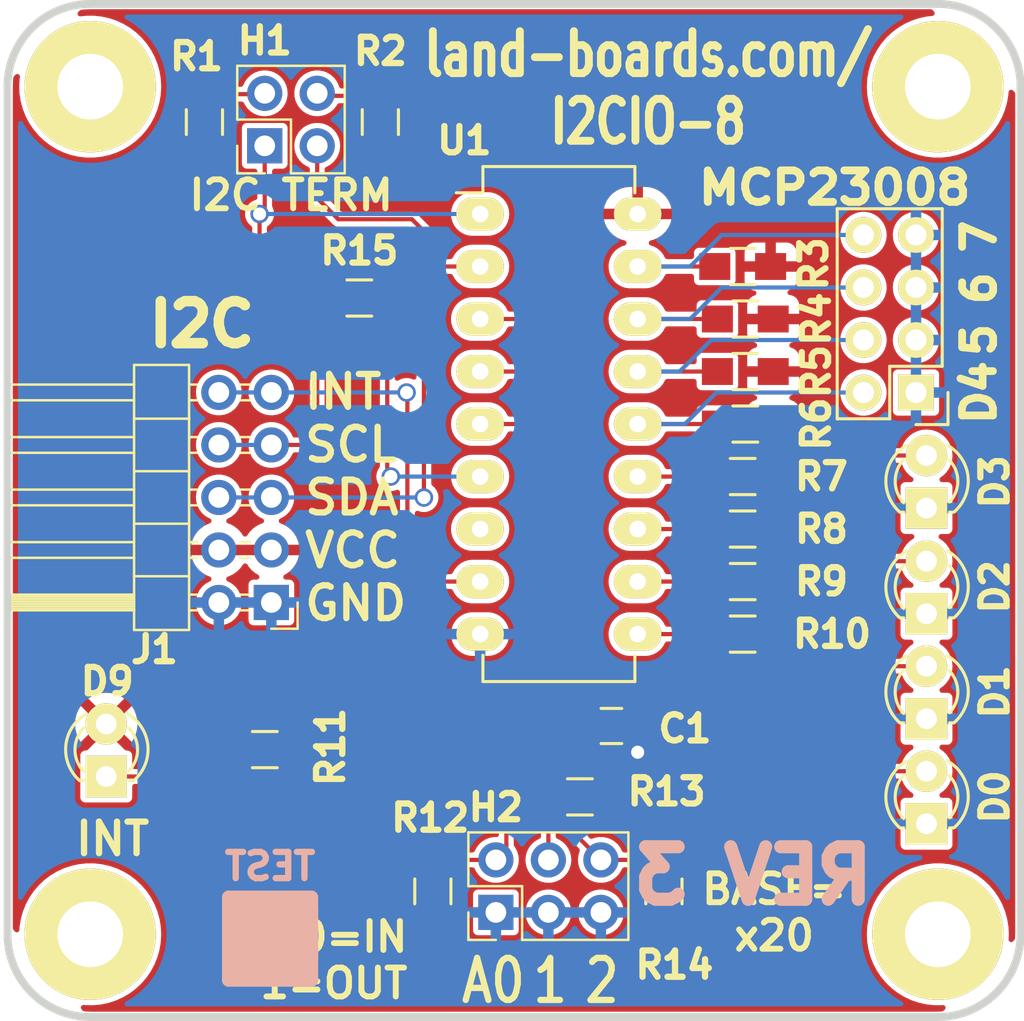
<source format=kicad_pcb>
(kicad_pcb (version 20211014) (generator pcbnew)
  (title_block (title "8-BIT I2C I/O CARD") (date "2022-04-08") (rev "X3") (company "LAND BOARDS LLC"))
  (layers (0 "F.Cu" signal "Front") (31 "B.Cu" power "Back") (36 "B.SilkS" user "B.Silkscreen") (37 "F.SilkS" user "F.Silkscreen") (38 "B.Mask" user) (39 "F.Mask" user) (44 "Edge.Cuts" user))
  (net 0 "")
  (net 1 "/A0")
  (net 2 "/A1")
  (net 3 "/A2")
  (net 4 "/RST")
  (net 5 "/SCK")
  (net 6 "/SDA")
  (net 7 "GND")
  (net 8 "Net-(R11-Pad1)")
  (net 9 "/GP4")
  (net 10 "/GP5")
  (net 11 "/GP6")
  (net 12 "/GP7")
  (net 13 "/GP3")
  (net 14 "/GP2")
  (net 15 "/GP1")
  (net 16 "Net-(D0-Pad2)")
  (net 17 "Net-(D1-Pad2)")
  (net 18 "Net-(D2-Pad2)")
  (net 19 "Net-(D3-Pad2)")
  (net 20 "/GP0")
  (net 21 "/INT")
  (net 22 "VCC")
  (net 23 "Net-(R1-Pad2)")
  (net 24 "Net-(R2-Pad2)")
  (footprint "Resistors_SMD:R_0805_HandSoldering" (layer "F.Cu") (at 20.574 42.926 90)
    (fp_text reference "R12" (at 3.556 -0.127) (layer "F.SilkS") (effects (font (size 1.27 1.27) (thickness 0.3048))))
    (fp_text value "10K" hide)
    (fp_line (start -0.6 -0.875) (end 0.6 -0.875) (layer "F.SilkS") (width 0.15))
    (fp_line (start 0.6 0.875) (end -0.6 0.875) (layer "F.SilkS") (width 0.15))
    (pad "1" smd rect locked (at -1.35 0 90) (size 1.5 1.3) (layers "F.Cu" "F.Mask") (net 22 "VCC"))
    (pad "2" smd rect locked (at 1.35 0 90) (size 1.5 1.3) (layers "F.Cu" "F.Mask") (net 1 "/A0"))
  )
  (footprint "Resistors_SMD:R_0805_HandSoldering" (layer "F.Cu") (at 27.686 38.354 180)
    (fp_text reference "R13" (at -4.191 0.254) (layer "F.SilkS") (effects (font (size 1.27 1.27) (thickness 0.3048))))
    (fp_text value "10K" hide)
    (fp_line (start 0.6 0.875) (end -0.6 0.875) (layer "F.SilkS") (width 0.15))
    (fp_line (start -0.6 -0.875) (end 0.6 -0.875) (layer "F.SilkS") (width 0.15))
    (pad "1" smd rect locked (at -1.35 0 180) (size 1.5 1.3) (layers "F.Cu" "F.Mask") (net 22 "VCC"))
    (pad "2" smd rect locked (at 1.35 0 180) (size 1.5 1.3) (layers "F.Cu" "F.Mask") (net 2 "/A1"))
  )
  (footprint "Resistors_SMD:R_0805_HandSoldering" (layer "F.Cu") (at 31.75 42.926 90)
    (fp_text reference "R14" (at -3.556 0.508) (layer "F.SilkS") (effects (font (size 1.27 1.27) (thickness 0.3048))))
    (fp_text value "10K" hide)
    (fp_line (start 0.6 0.875) (end -0.6 0.875) (layer "F.SilkS") (width 0.15))
    (fp_line (start -0.6 -0.875) (end 0.6 -0.875) (layer "F.SilkS") (width 0.15))
    (pad "1" smd rect locked (at -1.35 0 90) (size 1.5 1.3) (layers "F.Cu" "F.Mask") (net 22 "VCC"))
    (pad "2" smd rect locked (at 1.35 0 90) (size 1.5 1.3) (layers "F.Cu" "F.Mask") (net 3 "/A2"))
  )
  (footprint "Resistors_SMD:R_0805_HandSoldering" (layer "F.Cu") (at 9.525 5.715 90)
    (fp_text reference "R1" (at 3.175 -0.381 180) (layer "F.SilkS") (effects (font (size 1.27 1.27) (thickness 0.3048))))
    (fp_text value "3.3K" hide)
    (fp_line (start -0.6 -0.875) (end 0.6 -0.875) (layer "F.SilkS") (width 0.15))
    (fp_line (start 0.6 0.875) (end -0.6 0.875) (layer "F.SilkS") (width 0.15))
    (pad "1" smd rect locked (at -1.35 0 90) (size 1.5 1.3) (layers "F.Cu" "F.Mask") (net 22 "VCC"))
    (pad "2" smd rect locked (at 1.35 0 90) (size 1.5 1.3) (layers "F.Cu" "F.Mask") (net 23 "Net-(R1-Pad2)"))
  )
  (footprint "Resistors_SMD:R_0805_HandSoldering" (layer "F.Cu") (at 18.034 5.715 90)
    (fp_text reference "R2" (at 3.429 0 180) (layer "F.SilkS") (effects (font (size 1.27 1.27) (thickness 0.3048))))
    (fp_text value "3.3K" hide)
    (fp_line (start 0.6 0.875) (end -0.6 0.875) (layer "F.SilkS") (width 0.15))
    (fp_line (start -0.6 -0.875) (end 0.6 -0.875) (layer "F.SilkS") (width 0.15))
    (pad "1" smd rect locked (at -1.35 0 90) (size 1.5 1.3) (layers "F.Cu" "F.Mask") (net 22 "VCC"))
    (pad "2" smd rect locked (at 1.35 0 90) (size 1.5 1.3) (layers "F.Cu" "F.Mask") (net 24 "Net-(R2-Pad2)"))
  )
  (footprint "Resistors_SMD:R_0805_HandSoldering" (layer "F.Cu") (at 12.446 36.068)
    (fp_text reference "R11" (at 3.175 -0.127 90) (layer "F.SilkS") (effects (font (size 1.27 1.27) (thickness 0.3048))))
    (fp_text value "1K" hide)
    (fp_line (start 0.6 0.875) (end -0.6 0.875) (layer "F.SilkS") (width 0.15))
    (fp_line (start -0.6 -0.875) (end 0.6 -0.875) (layer "F.SilkS") (width 0.15))
    (pad "1" smd rect locked (at -1.35 0) (size 1.5 1.3) (layers "F.Cu" "F.Mask") (net 8 "Net-(R11-Pad1)"))
    (pad "2" smd rect locked (at 1.35 0) (size 1.5 1.3) (layers "F.Cu" "F.Mask") (net 21 "/INT"))
  )
  (footprint "Resistors_SMD:R_0805_HandSoldering" (layer "F.Cu") (at 35.56 12.7)
    (fp_text reference "R3" (at 3.429 -0.127 90) (layer "F.SilkS") (effects (font (size 1.27 1.27) (thickness 0.3048))))
    (fp_text value "10K" hide)
    (fp_line (start 0.6 0.875) (end -0.6 0.875) (layer "F.SilkS") (width 0.15))
    (fp_line (start -0.6 -0.875) (end 0.6 -0.875) (layer "F.SilkS") (width 0.15))
    (pad "1" smd rect locked (at -1.35 0) (size 1.5 1.3) (layers "F.Cu" "F.Mask") (net 12 "/GP7"))
    (pad "2" smd rect locked (at 1.35 0) (size 1.5 1.3) (layers "F.Cu" "F.Mask") (net 22 "VCC"))
  )
  (footprint "Resistors_SMD:R_0805_HandSoldering" (layer "F.Cu") (at 35.687 15.24)
    (fp_text reference "R4" (at 3.429 0 90) (layer "F.SilkS") (effects (font (size 1.27 1.27) (thickness 0.3048))))
    (fp_text value "10K" hide)
    (fp_line (start -0.6 -0.875) (end 0.6 -0.875) (layer "F.SilkS") (width 0.15))
    (fp_line (start 0.6 0.875) (end -0.6 0.875) (layer "F.SilkS") (width 0.15))
    (pad "1" smd rect locked (at -1.35 0) (size 1.5 1.3) (layers "F.Cu" "F.Mask") (net 11 "/GP6"))
    (pad "2" smd rect locked (at 1.35 0) (size 1.5 1.3) (layers "F.Cu" "F.Mask") (net 22 "VCC"))
  )
  (footprint "Resistors_SMD:R_0805_HandSoldering" (layer "F.Cu") (at 35.687 17.78)
    (fp_text reference "R5" (at 3.429 0 90) (layer "F.SilkS") (effects (font (size 1.27 1.27) (thickness 0.3048))))
    (fp_text value "10K" hide)
    (fp_line (start 0.6 0.875) (end -0.6 0.875) (layer "F.SilkS") (width 0.15))
    (fp_line (start -0.6 -0.875) (end 0.6 -0.875) (layer "F.SilkS") (width 0.15))
    (pad "1" smd rect locked (at -1.35 0) (size 1.5 1.3) (layers "F.Cu" "F.Mask") (net 10 "/GP5"))
    (pad "2" smd rect locked (at 1.35 0) (size 1.5 1.3) (layers "F.Cu" "F.Mask") (net 22 "VCC"))
  )
  (footprint "Resistors_SMD:R_0805_HandSoldering" (layer "F.Cu") (at 35.687 20.32)
    (fp_text reference "R6" (at 3.429 0 90) (layer "F.SilkS") (effects (font (size 1.27 1.27) (thickness 0.3048))))
    (fp_text value "10K" hide)
    (fp_line (start -0.6 -0.875) (end 0.6 -0.875) (layer "F.SilkS") (width 0.15))
    (fp_line (start 0.6 0.875) (end -0.6 0.875) (layer "F.SilkS") (width 0.15))
    (pad "1" smd rect locked (at -1.35 0) (size 1.5 1.3) (layers "F.Cu" "F.Mask") (net 9 "/GP4"))
    (pad "2" smd rect locked (at 1.35 0) (size 1.5 1.3) (layers "F.Cu" "F.Mask") (net 22 "VCC"))
  )
  (footprint "Resistors_SMD:R_0805_HandSoldering" (layer "F.Cu") (at 35.56 22.86 180)
    (fp_text reference "R7" (at -3.81 0 180) (layer "F.SilkS") (effects (font (size 1.27 1.27) (thickness 0.3048))))
    (fp_text value "1K" hide)
    (fp_line (start -0.6 -0.875) (end 0.6 -0.875) (layer "F.SilkS") (width 0.15))
    (fp_line (start 0.6 0.875) (end -0.6 0.875) (layer "F.SilkS") (width 0.15))
    (pad "1" smd rect locked (at -1.35 0 180) (size 1.5 1.3) (layers "F.Cu" "F.Mask") (net 19 "Net-(D3-Pad2)"))
    (pad "2" smd rect locked (at 1.35 0 180) (size 1.5 1.3) (layers "F.Cu" "F.Mask") (net 13 "/GP3"))
  )
  (footprint "Resistors_SMD:R_0805_HandSoldering" (layer "F.Cu") (at 35.56 25.4 180)
    (fp_text reference "R8" (at -3.81 0 180) (layer "F.SilkS") (effects (font (size 1.27 1.27) (thickness 0.3048))))
    (fp_text value "1K" hide)
    (fp_line (start -0.6 -0.875) (end 0.6 -0.875) (layer "F.SilkS") (width 0.15))
    (fp_line (start 0.6 0.875) (end -0.6 0.875) (layer "F.SilkS") (width 0.15))
    (pad "1" smd rect locked (at -1.35 0 180) (size 1.5 1.3) (layers "F.Cu" "F.Mask") (net 18 "Net-(D2-Pad2)"))
    (pad "2" smd rect locked (at 1.35 0 180) (size 1.5 1.3) (layers "F.Cu" "F.Mask") (net 14 "/GP2"))
  )
  (footprint "Resistors_SMD:R_0805_HandSoldering" (layer "F.Cu") (at 35.56 27.94 180)
    (fp_text reference "R9" (at -3.81 0 180) (layer "F.SilkS") (effects (font (size 1.27 1.27) (thickness 0.3048))))
    (fp_text value "1K" hide)
    (fp_line (start -0.6 -0.875) (end 0.6 -0.875) (layer "F.SilkS") (width 0.15))
    (fp_line (start 0.6 0.875) (end -0.6 0.875) (layer "F.SilkS") (width 0.15))
    (pad "1" smd rect locked (at -1.35 0 180) (size 1.5 1.3) (layers "F.Cu" "F.Mask") (net 17 "Net-(D1-Pad2)"))
    (pad "2" smd rect locked (at 1.35 0 180) (size 1.5 1.3) (layers "F.Cu" "F.Mask") (net 15 "/GP1"))
  )
  (footprint "Resistors_SMD:R_0805_HandSoldering" (layer "F.Cu") (at 35.56 30.48 180)
    (fp_text reference "R10" (at -4.318 0 180) (layer "F.SilkS") (effects (font (size 1.27 1.27) (thickness 0.3048))))
    (fp_text value "1K" hide)
    (fp_line (start 0.6 0.875) (end -0.6 0.875) (layer "F.SilkS") (width 0.15))
    (fp_line (start -0.6 -0.875) (end 0.6 -0.875) (layer "F.SilkS") (width 0.15))
    (pad "1" smd rect locked (at -1.35 0 180) (size 1.5 1.3) (layers "F.Cu" "F.Mask") (net 16 "Net-(D0-Pad2)"))
    (pad "2" smd rect locked (at 1.35 0 180) (size 1.5 1.3) (layers "F.Cu" "F.Mask") (net 20 "/GP0"))
  )
  (footprint "Housings_DIP:DIP-18_W7.62mm_LongPads" (layer "F.Cu") (at 22.86 10.16)
    (fp_text reference "U1" (at -0.762 -3.556) (layer "F.SilkS") (effects (font (size 1.27 1.27) (thickness 0.3048))))
    (fp_text value "MCP23008P" hide)
    (fp_line (start 0.135 -2.295) (end 7.485 -2.295) (layer "F.SilkS") (width 0.15))
    (fp_line (start 0.135 22.615) (end 7.485 22.615) (layer "F.SilkS") (width 0.15))
    (fp_line (start 0.135 -2.295) (end 0.135 -1.025) (layer "F.SilkS") (width 0.15))
    (fp_line (start 7.485 -2.295) (end 7.485 -1.025) (layer "F.SilkS") (width 0.15))
    (fp_line (start 7.485 22.615) (end 7.485 21.345) (layer "F.SilkS") (width 0.15))
    (fp_line (start 0.135 22.615) (end 0.135 21.345) (layer "F.SilkS") (width 0.15))
    (fp_line (start 0.135 -1.025) (end -1.15 -1.025) (layer "F.SilkS") (width 0.15))
    (pad "1" thru_hole oval locked (at 0 0) (size 2.3 1.6) (drill 0.8) (layers *.Cu *.Mask "F.SilkS") (net 5 "/SCK"))
    (pad "2" thru_hole oval locked (at 0 2.54) (size 2.3 1.6) (drill 0.8) (layers *.Cu *.Mask "F.SilkS") (net 6 "/SDA"))
    (pad "3" thru_hole oval locked (at 0 5.08) (size 2.3 1.6) (drill 0.8) (layers *.Cu *.Mask "F.SilkS") (net 3 "/A2"))
    (pad "4" thru_hole oval locked (at 0 7.62) (size 2.3 1.6) (drill 0.8) (layers *.Cu *.Mask "F.SilkS") (net 2 "/A1"))
    (pad "5" thru_hole oval locked (at 0 10.16) (size 2.3 1.6) (drill 0.8) (layers *.Cu *.Mask "F.SilkS") (net 1 "/A0"))
    (pad "6" thru_hole oval locked (at 0 12.7) (size 2.3 1.6) (drill 0.8) (layers *.Cu *.Mask "F.SilkS") (net 4 "/RST"))
    (pad "7" thru_hole oval locked (at 0 15.24) (size 2.3 1.6) (drill 0.8) (layers *.Cu *.Mask "F.SilkS"))
    (pad "8" thru_hole oval locked (at 0 17.78) (size 2.3 1.6) (drill 0.8) (layers *.Cu *.Mask "F.SilkS") (net 21 "/INT"))
    (pad "9" thru_hole oval locked (at 0 20.32) (size 2.3 1.6) (drill 0.8) (layers *.Cu *.Mask "F.SilkS") (net 7 "GND"))
    (pad "10" thru_hole oval locked (at 7.62 20.32) (size 2.3 1.6) (drill 0.8) (layers *.Cu *.Mask "F.SilkS") (net 20 "/GP0"))
    (pad "11" thru_hole oval locked (at 7.62 17.78) (size 2.3 1.6) (drill 0.8) (layers *.Cu *.Mask "F.SilkS") (net 15 "/GP1"))
    (pad "12" thru_hole oval locked (at 7.62 15.24) (size 2.3 1.6) (drill 0.8) (layers *.Cu *.Mask "F.SilkS") (net 14 "/GP2"))
    (pad "13" thru_hole oval locked (at 7.62 12.7) (size 2.3 1.6) (drill 0.8) (layers *.Cu *.Mask "F.SilkS") (net 13 "/GP3"))
    (pad "14" thru_hole oval locked (at 7.62 10.16) (size 2.3 1.6) (drill 0.8) (layers *.Cu *.Mask "F.SilkS") (net 9 "/GP4"))
    (pad "15" thru_hole oval locked (at 7.62 7.62) (size 2.3 1.6) (drill 0.8) (layers *.Cu *.Mask "F.SilkS") (net 10 "/GP5"))
    (pad "16" thru_hole oval locked (at 7.62 5.08) (size 2.3 1.6) (drill 0.8) (layers *.Cu *.Mask "F.SilkS") (net 11 "/GP6"))
    (pad "17" thru_hole oval locked (at 7.62 2.54) (size 2.3 1.6) (drill 0.8) (layers *.Cu *.Mask "F.SilkS") (net 12 "/GP7"))
    (pad "18" thru_hole oval locked (at 7.62 0) (size 2.3 1.6) (drill 0.8) (layers *.Cu *.Mask "F.SilkS") (net 22 "VCC"))
  )
  (footprint "Resistors_SMD:R_0805_HandSoldering" (layer "F.Cu") (at 17.018 14.224)
    (fp_text reference "R15" (at 0 -2.286) (layer "F.SilkS") (effects (font (size 1.27 1.27) (thickness 0.3048))))
    (fp_text value "10K" hide)
    (fp_line (start -0.6 -0.875) (end 0.6 -0.875) (layer "F.SilkS") (width 0.15))
    (fp_line (start 0.6 0.875) (end -0.6 0.875) (layer "F.SilkS") (width 0.15))
    (pad "1" smd rect locked (at -1.35 0) (size 1.5 1.3) (layers "F.Cu" "F.Mask") (net 22 "VCC"))
    (pad "2" smd rect locked (at 1.35 0) (size 1.5 1.3) (layers "F.Cu" "F.Mask") (net 4 "/RST"))
  )
  (footprint "Capacitors_SMD:C_0805_HandSoldering" (layer "F.Cu") (at 29.21 34.925)
    (fp_text reference "C1" (at 3.556 0.127) (layer "F.SilkS") (effects (font (size 1.27 1.27) (thickness 0.3048))))
    (fp_text value "0.1uF" hide)
    (fp_line (start 0.5 -0.85) (end -0.5 -0.85) (layer "F.SilkS") (width 0.15))
    (fp_line (start -0.5 0.85) (end 0.5 0.85) (layer "F.SilkS") (width 0.15))
    (pad "1" smd rect locked (at -1.25 0) (size 1.5 1.25) (layers "F.Cu" "F.Mask") (net 22 "VCC"))
    (pad "2" smd rect locked (at 1.25 0) (size 1.5 1.25) (layers "F.Cu" "F.Mask") (net 7 "GND"))
  )
  (footprint "Pin_Headers:Pin_Header_Straight_2x04" (layer "F.Cu") (at 43.942 18.796 180)
    (fp_text reference "H3" hide)
    (fp_text value "CONN_02X04" hide)
    (fp_line (start -1.55 -1.55) (end -1.55 0) (layer "F.SilkS") (width 0.15))
    (fp_line (start 1.27 1.27) (end -1.27 1.27) (layer "F.SilkS") (width 0.15))
    (fp_line (start 1.27 -1.27) (end 1.27 1.27) (layer "F.SilkS") (width 0.15))
    (fp_line (start 0 -1.55) (end -1.55 -1.55) (layer "F.SilkS") (width 0.15))
    (fp_line (start -1.27 1.27) (end -1.27 8.89) (layer "F.SilkS") (width 0.15))
    (fp_line (start -1.27 8.89) (end 3.81 8.89) (layer "F.SilkS") (width 0.15))
    (fp_line (start 3.81 -1.27) (end 1.27 -1.27) (layer "F.SilkS") (width 0.15))
    (fp_line (start 3.81 8.89) (end 3.81 -1.27) (layer "F.SilkS") (width 0.15))
    (pad "1" thru_hole rect locked (at 0 0 180) (size 1.7272 1.7272) (drill 1.016) (layers *.Cu *.Mask "F.SilkS") (net 7 "GND"))
    (pad "2" thru_hole oval locked (at 2.54 0 180) (size 1.7272 1.7272) (drill 1.016) (layers *.Cu *.Mask "F.SilkS") (net 9 "/GP4"))
    (pad "3" thru_hole oval locked (at 0 2.54 180) (size 1.7272 1.7272) (drill 1.016) (layers *.Cu *.Mask "F.SilkS") (net 7 "GND"))
    (pad "4" thru_hole oval locked (at 2.54 2.54 180) (size 1.7272 1.7272) (drill 1.016) (layers *.Cu *.Mask "F.SilkS") (net 10 "/GP5"))
    (pad "5" thru_hole oval locked (at 0 5.08 180) (size 1.7272 1.7272) (drill 1.016) (layers *.Cu *.Mask "F.SilkS") (net 7 "GND"))
    (pad "6" thru_hole oval locked (at 2.54 5.08 180) (size 1.7272 1.7272) (drill 1.016) (layers *.Cu *.Mask "F.SilkS") (net 11 "/GP6"))
    (pad "7" thru_hole oval locked (at 0 7.62 180) (size 1.7272 1.7272) (drill 1.016) (layers *.Cu *.Mask "F.SilkS") (net 7 "GND"))
    (pad "8" thru_hole oval locked (at 2.54 7.62 180) (size 1.7272 1.7272) (drill 1.016) (layers *.Cu *.Mask "F.SilkS") (net 12 "/GP7"))
  )
  (footprint "LEDs:LED-3MM" (layer "F.Cu") (at 44.45 39.654 90)
    (fp_text reference "D0" (at 1.3 3.302 90) (layer "F.SilkS") (effects (font (size 1.27 1.27) (thickness 0.3048))))
    (fp_text value "LED-fixed" hide)
    (fp_line (start -0.199 -1.28) (end -0.199 -1.1) (layer "F.SilkS") (width 0.15))
    (fp_line (start -0.199 1.314) (end -0.199 1.114) (layer "F.SilkS") (width 0.15))
    (fp_arc (start 3.051 0.994) (mid 1.522637 2.009958) (end -0.18622 1.340726) (layer "F.SilkS") (width 0.15))
    (fp_arc (start -0.199 -1.286) (mid 1.495903 -1.954571) (end 3.028744 -0.969643) (layer "F.SilkS") (width 0.15))
    (fp_arc (start 0.25 -1.1) (mid 1.301686 -1.512142) (end 2.353005 -1.099067) (layer "F.SilkS") (width 0.15))
    (fp_arc (start 2.335 1.094) (mid 1.31492 1.51473) (end 0.287111 1.113252) (layer "F.SilkS") (width 0.15))
    (pad "1" thru_hole rect locked (at 0 0 180) (size 2 2) (drill 1.00076) (layers *.Cu *.Mask "F.SilkS") (net 7 "GND"))
    (pad "2" thru_hole circle locked (at 2.54 0 90) (size 2 2) (drill 1.00076) (layers *.Cu *.Mask "F.SilkS") (net 16 "Net-(D0-Pad2)"))
  )
  (footprint "LEDs:LED-3MM" (layer "F.Cu") (at 44.45 34.574 90)
    (fp_text reference "D1" (at 1.3 3.302 90) (layer "F.SilkS") (effects (font (size 1.27 1.27) (thickness 0.3048))))
    (fp_text value "LED-fixed" hide)
    (fp_line (start -0.199 1.314) (end -0.199 1.114) (layer "F.SilkS") (width 0.15))
    (fp_line (start -0.199 -1.28) (end -0.199 -1.1) (layer "F.SilkS") (width 0.15))
    (fp_arc (start 0.25 -1.1) (mid 1.301686 -1.512142) (end 2.353005 -1.099067) (layer "F.SilkS") (width 0.15))
    (fp_arc (start 3.051 0.994) (mid 1.522637 2.009958) (end -0.18622 1.340726) (layer "F.SilkS") (width 0.15))
    (fp_arc (start 2.335 1.094) (mid 1.31492 1.51473) (end 0.287111 1.113252) (layer "F.SilkS") (width 0.15))
    (fp_arc (start -0.199 -1.286) (mid 1.495903 -1.954571) (end 3.028744 -0.969643) (layer "F.SilkS") (width 0.15))
    (pad "1" thru_hole rect locked (at 0 0 180) (size 2 2) (drill 1.00076) (layers *.Cu *.Mask "F.SilkS") (net 7 "GND"))
    (pad "2" thru_hole circle locked (at 2.54 0 90) (size 2 2) (drill 1.00076) (layers *.Cu *.Mask "F.SilkS") (net 17 "Net-(D1-Pad2)"))
  )
  (footprint "LEDs:LED-3MM" (layer "F.Cu") (at 44.45 29.494 90)
    (fp_text reference "D2" (at 1.3 3.302 90) (layer "F.SilkS") (effects (font (size 1.27 1.27) (thickness 0.3048))))
    (fp_text value "LED-fixed" hide)
    (fp_line (start -0.199 -1.28) (end -0.199 -1.1) (layer "F.SilkS") (width 0.15))
    (fp_line (start -0.199 1.314) (end -0.199 1.114) (layer "F.SilkS") (width 0.15))
    (fp_arc (start 0.25 -1.1) (mid 1.301686 -1.512142) (end 2.353005 -1.099067) (layer "F.SilkS") (width 0.15))
    (fp_arc (start -0.199 -1.286) (mid 1.495903 -1.954571) (end 3.028744 -0.969643) (layer "F.SilkS") (width 0.15))
    (fp_arc (start 3.051 0.994) (mid 1.522637 2.009958) (end -0.18622 1.340726) (layer "F.SilkS") (width 0.15))
    (fp_arc (start 2.335 1.094) (mid 1.31492 1.51473) (end 0.287111 1.113252) (layer "F.SilkS") (width 0.15))
    (pad "1" thru_hole rect locked (at 0 0 180) (size 2 2) (drill 1.00076) (layers *.Cu *.Mask "F.SilkS") (net 7 "GND"))
    (pad "2" thru_hole circle locked (at 2.54 0 90) (size 2 2) (drill 1.00076) (layers *.Cu *.Mask "F.SilkS") (net 18 "Net-(D2-Pad2)"))
  )
  (footprint "LEDs:LED-3MM" (layer "F.Cu") (at 44.45 24.384 90)
    (fp_text reference "D3" (at 1.27 3.302 90) (layer "F.SilkS") (effects (font (size 1.27 1.27) (thickness 0.3048))))
    (fp_text value "LED-fixed" hide)
    (fp_line (start -0.199 -1.28) (end -0.199 -1.1) (layer "F.SilkS") (width 0.15))
    (fp_line (start -0.199 1.314) (end -0.199 1.114) (layer "F.SilkS") (width 0.15))
    (fp_arc (start 0.25 -1.1) (mid 1.301686 -1.512142) (end 2.353005 -1.099067) (layer "F.SilkS") (width 0.15))
    (fp_arc (start 3.051 0.994) (mid 1.522637 2.009958) (end -0.18622 1.340726) (layer "F.SilkS") (width 0.15))
    (fp_arc (start -0.199 -1.286) (mid 1.495903 -1.954571) (end 3.028744 -0.969643) (layer "F.SilkS") (width 0.15))
    (fp_arc (start 2.335 1.094) (mid 1.31492 1.51473) (end 0.287111 1.113252) (layer "F.SilkS") (width 0.15))
    (pad "1" thru_hole rect locked (at 0 0 180) (size 2 2) (drill 1.00076) (layers *.Cu *.Mask "F.SilkS") (net 7 "GND"))
    (pad "2" thru_hole circle locked (at 2.54 0 90) (size 2 2) (drill 1.00076) (layers *.Cu *.Mask "F.SilkS") (net 19 "Net-(D3-Pad2)"))
  )
  (footprint "LEDs:LED-3MM" (layer "F.Cu") (at 4.776 37.368 90)
    (fp_text reference "D9" (at 4.602 0.05 180) (layer "F.SilkS") (effects (font (size 1.27 1.27) (thickness 0.3048))))
    (fp_text value "LED-fixed" hide)
    (fp_line (start -0.199 -1.28) (end -0.199 -1.1) (layer "F.SilkS") (width 0.15))
    (fp_line (start -0.199 1.314) (end -0.199 1.114) (layer "F.SilkS") (width 0.15))
    (fp_arc (start 2.335 1.094) (mid 1.31492 1.51473) (end 0.287111 1.113252) (layer "F.SilkS") (width 0.15))
    (fp_arc (start 3.051 0.994) (mid 1.522637 2.009958) (end -0.18622 1.340726) (layer "F.SilkS") (width 0.15))
    (fp_arc (start -0.199 -1.286) (mid 1.495903 -1.954571) (end 3.028744 -0.969643) (layer "F.SilkS") (width 0.15))
    (fp_arc (start 0.25 -1.1) (mid 1.301686 -1.512142) (end 2.353005 -1.099067) (layer "F.SilkS") (width 0.15))
    (pad "1" thru_hole rect locked (at 0 0 180) (size 2 2) (drill 1.00076) (layers *.Cu *.Mask "F.SilkS") (net 8 "Net-(R11-Pad1)"))
    (pad "2" thru_hole circle locked (at 2.54 0 90) (size 2 2) (drill 1.00076) (layers *.Cu *.Mask "F.SilkS") (net 22 "VCC"))
  )
  (footprint "DougsNewMods:TEST_BLK-REAR" (layer "F.Cu") (at 12.7 45.212)
    (fp_text reference "TEST" (at 0 -3.5) (layer "B.SilkS") (effects (font (size 1.27 1.27) (thickness 0.3048)) (justify mirror)))
    (fp_text value "TEST" hide)
    (fp_line (start -2 -2) (end 2 -2) (layer "B.SilkS") (width 0.65))
    (fp_line (start -2 -0.5) (end 2 -0.5) (layer "B.SilkS") (width 0.65))
    (fp_line (start -2 1.5) (end 2 1.5) (layer "B.SilkS") (width 0.65))
    (fp_line (start 2 2) (end -2 2) (layer "B.SilkS") (width 0.65))
    (fp_line (start -2 0.5) (end 1.5 0.5) (layer "B.SilkS") (width 0.65))
    (fp_line (start -2 -2) (end -2 -1.5) (layer "B.SilkS") (width 0.65))
    (fp_line (start -2 2) (end -2 -2) (layer "B.SilkS") (width 0.65))
    (fp_line (start -2 0) (end -2 0.5) (layer "B.SilkS") (width 0.65))
    (fp_line (start -2 -1) (end -2 -0.5) (layer "B.SilkS") (width 0.65))
    (fp_line (start 2 -1.5) (end 2 -1) (layer "B.SilkS") (width 0.65))
    (fp_line (start 2 -1) (end -2 -1) (layer "B.SilkS") (width 0.65))
    (fp_line (start -2 1) (end -2 1.5) (layer "B.SilkS") (width 0.65))
    (fp_line (start 2 1) (end -2 1) (layer "B.SilkS") (width 0.65))
    (fp_line (start 2 -2) (end 2 2) (layer "B.SilkS") (width 0.65))
    (fp_line (start 2 0.5) (end 2 1) (layer "B.SilkS") (width 0.65))
    (fp_line (start 2 -0.5) (end 2 0) (layer "B.SilkS") (width 0.65))
    (fp_line (start 2 0) (end -2 0) (layer "B.SilkS") (width 0.65))
    (fp_line (start 1.5 0.5) (end 2 0.5) (layer "B.SilkS") (width 0.65))
    (fp_line (start -2 -1.5) (end 2 -1.5) (layer "B.SilkS") (width 0.65))
  )
  (footprint "LandBoards_MountHoles:MTG-4-40" (layer "F.Cu") (at 45 45)
    (fp_text reference "MTG1" hide)
    (fp_text value "MTG_HOLE" hide)
    (pad "1" thru_hole circle locked (at 0 0) (size 6.35 6.35) (drill 3.175) (layers *.Cu *.Mask "F.SilkS"))
  )
  (footprint "Connector_PinHeader_2.54mm:PinHeader_2x02_P2.54mm_Vertical" (layer "F.Cu") (at 12.441 6.863 90)
    (fp_text reference "H1" (at 5.085 0.005 180) (layer "F.SilkS") (effects (font (size 1.27 1.27) (thickness 0.3048))))
    (fp_text value "Conn_02x02_Odd_Even")
    (fp_line (start 3.87 -1.33) (end 3.87 3.87) (layer "F.SilkS") (width 0.12))
    (fp_line (start -1.33 0) (end -1.33 -1.33) (layer "F.SilkS") (width 0.12))
    (fp_line (start -1.33 1.27) (end 1.27 1.27) (layer "F.SilkS") (width 0.12))
    (fp_line (start -1.33 3.87) (end 3.87 3.87) (layer "F.SilkS") (width 0.12))
    (fp_line (start -1.33 1.27) (end -1.33 3.87) (layer "F.SilkS") (width 0.12))
    (fp_line (start 1.27 1.27) (end 1.27 -1.33) (layer "F.SilkS") (width 0.12))
    (fp_line (start -1.33 -1.33) (end 0 -1.33) (layer "F.SilkS") (width 0.12))
    (fp_line (start 1.27 -1.33) (end 3.87 -1.33) (layer "F.SilkS") (width 0.12))
    (pad "1" thru_hole rect (at 0 0 90) (size 1.7 1.7) (drill 1) (layers *.Cu *.Mask) (net 5 "/SCK"))
    (pad "2" thru_hole oval (at 2.54 0 90) (size 1.7 1.7) (drill 1) (layers *.Cu *.Mask) (net 23 "Net-(R1-Pad2)"))
    (pad "3" thru_hole oval (at 0 2.54 90) (size 1.7 1.7) (drill 1) (layers *.Cu *.Mask) (net 6 "/SDA"))
    (pad "4" thru_hole oval (at 2.54 2.54 90) (size 1.7 1.7) (drill 1) (layers *.Cu *.Mask) (net 24 "Net-(R2-Pad2)"))
  )
  (footprint "Connector_PinHeader_2.54mm:PinHeader_2x05_P2.54mm_Horizontal" (layer "F.Cu") (at 12.762 28.951 180)
    (fp_text reference "J1" (at 5.655 -2.27 180) (layer "F.SilkS") (effects (font (size 1.27 1.27) (thickness 0.3048))))
    (fp_text value "Conn_02x05_Odd_Even")
    (fp_line (start 12.64 2.92) (end 6.64 2.92) (layer "F.SilkS") (width 0.12))
    (fp_line (start 3.582929 2.16) (end 3.98 2.16) (layer "F.SilkS") (width 0.12))
    (fp_line (start 3.582929 9.78) (end 3.98 9.78) (layer "F.SilkS") (width 0.12))
    (fp_line (start 1.042929 8) (end 1.497071 8) (layer "F.SilkS") (width 0.12))
    (fp_line (start 1.042929 9.78) (end 1.497071 9.78) (layer "F.SilkS") (width 0.12))
    (fp_line (start 6.64 4.7) (end 12.64 4.7) (layer "F.SilkS") (width 0.12))
    (fp_line (start 3.98 11.49) (end 6.64 11.49) (layer "F.SilkS") (width 0.12))
    (fp_line (start 12.64 7.24) (end 12.64 8) (layer "F.SilkS") (width 0.12))
    (fp_line (start 3.582929 7.24) (end 3.98 7.24) (layer "F.SilkS") (width 0.12))
    (fp_line (start -1.27 0) (end -1.27 -1.27) (layer "F.SilkS") (width 0.12))
    (fp_line (start 1.042929 2.16) (end 1.497071 2.16) (layer "F.SilkS") (width 0.12))
    (fp_line (start 3.98 6.35) (end 6.64 6.35) (layer "F.SilkS") (width 0.12))
    (fp_line (start 12.64 -0.38) (end 12.64 0.38) (layer "F.SilkS") (width 0.12))
    (fp_line (start 3.98 -1.33) (end 3.98 11.49) (layer "F.SilkS") (width 0.12))
    (fp_line (start 6.64 0.04) (end 12.64 0.04) (layer "F.SilkS") (width 0.12))
    (fp_line (start 3.582929 5.46) (end 3.98 5.46) (layer "F.SilkS") (width 0.12))
    (fp_line (start 12.64 10.54) (end 6.64 10.54) (layer "F.SilkS") (width 0.12))
    (fp_line (start 6.64 11.49) (end 6.64 -1.33) (layer "F.SilkS") (width 0.12))
    (fp_line (start 6.64 -0.2) (end 12.64 -0.2) (layer "F.SilkS") (width 0.12))
    (fp_line (start 3.98 3.81) (end 6.64 3.81) (layer "F.SilkS") (width 0.12))
    (fp_line (start 3.582929 2.92) (end 3.98 2.92) (layer "F.SilkS") (width 0.12))
    (fp_line (start 3.582929 -0.38) (end 3.98 -0.38) (layer "F.SilkS") (width 0.12))
    (fp_line (start 1.11 -0.38) (end 1.497071 -0.38) (layer "F.SilkS") (width 0.12))
    (fp_line (start 12.64 8) (end 6.64 8) (layer "F.SilkS") (width 0.12))
    (fp_line (start 12.64 2.16) (end 12.64 2.92) (layer "F.SilkS") (width 0.12))
    (fp_line (start 6.64 9.78) (end 12.64 9.78) (layer "F.SilkS") (width 0.12))
    (fp_line (start 6.64 0.28) (end 12.64 0.28) (layer "F.SilkS") (width 0.12))
    (fp_line (start 6.64 -0.38) (end 12.64 -0.38) (layer "F.SilkS") (width 0.12))
    (fp_line (start 6.64 2.16) (end 12.64 2.16) (layer "F.SilkS") (width 0.12))
    (fp_line (start 3.582929 8) (end 3.98 8) (layer "F.SilkS") (width 0.12))
    (fp_line (start 1.042929 2.92) (end 1.497071 2.92) (layer "F.SilkS") (width 0.12))
    (fp_line (start 3.582929 0.38) (end 3.98 0.38) (layer "F.SilkS") (width 0.12))
    (fp_line (start 6.64 -1.33) (end 3.98 -1.33) (layer "F.SilkS") (width 0.12))
    (fp_line (start 1.042929 4.7) (end 1.497071 4.7) (layer "F.SilkS") (width 0.12))
    (fp_line (start 3.98 1.27) (end 6.64 1.27) (layer "F.SilkS") (width 0.12))
    (fp_line (start 1.042929 10.54) (end 1.497071 10.54) (layer "F.SilkS") (width 0.12))
    (fp_line (start 6.64 -0.32) (end 12.64 -0.32) (layer "F.SilkS") (width 0.12))
    (fp_line (start 6.64 7.24) (end 12.64 7.24) (layer "F.SilkS") (width 0.12))
    (fp_line (start 6.64 0.16) (end 12.64 0.16) (layer "F.SilkS") (width 0.12))
    (fp_line (start 1.11 0.38) (end 1.497071 0.38) (layer "F.SilkS") (width 0.12))
    (fp_line (start 1.042929 5.46) (end 1.497071 5.46) (layer "F.SilkS") (width 0.12))
    (fp_line (start 6.64 -0.08) (end 12.64 -0.08) (layer "F.SilkS") (width 0.12))
    (fp_line (start 12.64 4.7) (end 12.64 5.46) (layer "F.SilkS") (width 0.12))
    (fp_line (start 1.042929 7.24) (end 1.497071 7.24) (layer "F.SilkS") (width 0.12))
    (fp_line (start 3.98 8.89) (end 6.64 8.89) (layer "F.SilkS") (width 0.12))
    (fp_line (start 3.582929 10.54) (end 3.98 10.54) (layer "F.SilkS") (width 0.12))
    (fp_line (start -1.27 -1.27) (end 0 -1.27) (layer "F.SilkS") (width 0.12))
    (fp_line (start 12.64 5.46) (end 6.64 5.46) (layer "F.SilkS") (width 0.12))
    (fp_line (start 12.64 9.78) (end 12.64 10.54) (layer "F.SilkS") (width 0.12))
    (fp_line (start 12.64 0.38) (end 6.64 0.38) (layer "F.SilkS") (width 0.12))
    (fp_line (start 3.582929 4.7) (end 3.98 4.7) (layer "F.SilkS") (width 0.12))
    (pad "1" thru_hole rect (at 0 0 180) (size 1.7 1.7) (drill 1) (layers *.Cu *.Mask) (net 7 "GND"))
    (pad "2" thru_hole oval (at 2.54 0 180) (size 1.7 1.7) (drill 1) (layers *.Cu *.Mask) (net 7 "GND"))
    (pad "3" thru_hole oval (at 0 2.54 180) (size 1.7 1.7) (drill 1) (layers *.Cu *.Mask) (net 22 "VCC"))
    (pad "4" thru_hole oval (at 2.54 2.54 180) (size 1.7 1.7) (drill 1) (layers *.Cu *.Mask) (net 22 "VCC"))
    (pad "5" thru_hole oval (at 0 5.08 180) (size 1.7 1.7) (drill 1) (layers *.Cu *.Mask) (net 6 "/SDA"))
    (pad "6" thru_hole oval (at 2.54 5.08 180) (size 1.7 1.7) (drill 1) (layers *.Cu *.Mask) (net 6 "/SDA"))
    (pad "7" thru_hole oval (at 0 7.62 180) (size 1.7 1.7) (drill 1) (layers *.Cu *.Mask) (net 5 "/SCK"))
    (pad "8" thru_hole oval (at 2.54 7.62 180) (size 1.7 1.7) (drill 1) (layers *.Cu *.Mask) (net 5 "/SCK"))
    (pad "9" thru_hole oval (at 0 10.16 180) (size 1.7 1.7) (drill 1) (layers *.Cu *.Mask) (net 21 "/INT"))
    (pad "10" thru_hole oval (at 2.54 10.16 180) (size 1.7 1.7) (drill 1) (layers *.Cu *.Mask) (net 21 "/INT"))
  )
  (footprint "Connector_PinHeader_2.54mm:PinHeader_2x03_P2.54mm_Vertical" (layer "F.Cu") (at 23.622 43.942 90)
    (fp_text reference "H2" (at 5.08 0 180) (layer "F.SilkS") (effects (font (size 1.27 1.27) (thickness 0.3048))))
    (fp_text value "CONN_02X03")
    (fp_line (start -1.33 -1.33) (end 0 -1.33) (layer "F.SilkS") (width 0.12))
    (fp_line (start -1.33 6.41) (end 3.87 6.41) (layer "F.SilkS") (width 0.12))
    (fp_line (start -1.33 1.27) (end 1.27 1.27) (layer "F.SilkS") (width 0.12))
    (fp_line (start 3.87 -1.33) (end 3.87 6.41) (layer "F.SilkS") (width 0.12))
    (fp_line (start -1.33 1.27) (end -1.33 6.41) (layer "F.SilkS") (width 0.12))
    (fp_line (start 1.27 1.27) (end 1.27 -1.33) (layer "F.SilkS") (width 0.12))
    (fp_line (start 1.27 -1.33) (end 3.87 -1.33) (layer "F.SilkS") (width 0.12))
    (fp_line (start -1.33 0) (end -1.33 -1.33) (layer "F.SilkS") (width 0.12))
    (pad "1" thru_hole rect (at 0 0 90) (size 1.7 1.7) (drill 1) (layers *.Cu *.Mask) (net 7 "GND"))
    (pad "2" thru_hole oval (at 2.54 0 90) (size 1.7 1.7) (drill 1) (layers *.Cu *.Mask) (net 1 "/A0"))
    (pad "3" thru_hole oval (at 0 2.54 90) (size 1.7 1.7) (drill 1) (layers *.Cu *.Mask) (net 7 "GND"))
    (pad "4" thru_hole oval (at 2.54 2.54 90) (size 1.7 1.7) (drill 1) (layers *.Cu *.Mask) (net 2 "/A1"))
    (pad "5" thru_hole oval (at 0 5.08 90) (size 1.7 1.7) (drill 1) (layers *.Cu *.Mask) (net 7 "GND"))
    (pad "6" thru_hole oval (at 2.54 5.08 90) (size 1.7 1.7) (drill 1) (layers *.Cu *.Mask) (net 3 "/A2"))
  )
  (footprint "LandBoards_MountHoles:MTG-4-40" (layer "F.Cu") (at 4 4)
    (fp_text reference "MTG2" hide)
    (fp_text value "MTG_HOLE" hide)
    (pad "1" thru_hole circle locked (at 0 0) (size 6.35 6.35) (drill 3.175) (layers *.Cu *.Mask "F.SilkS"))
  )
  (footprint "LandBoards_MountHoles:MTG-4-40" (layer "F.Cu") (at 45 4)
    (fp_text reference "MTG4" hide)
    (fp_text value "MTG_HOLE" hide)
    (pad "1" thru_hole circle locked (at 0 0) (size 6.35 6.35) (drill 3.175) (layers *.Cu *.Mask "F.SilkS"))
  )
  (footprint "LandBoards_MountHoles:MTG-4-40" (layer "F.Cu") (at 4 45)
    (fp_text reference "MTG3" hide)
    (fp_text value "MTG_HOLE" hide)
    (pad "1" thru_hole circle locked (at 0 0) (size 6.35 6.35) (drill 3.175) (layers *.Cu *.Mask "F.SilkS"))
  )
  (gr_arc (start 0 4) (mid 1.171573 1.171573) (end 4 0) (layer "Edge.Cuts") (width 0.381))
  (gr_arc (start 4 49) (mid 1.171573 47.828427) (end 0 45) (layer "Edge.Cuts") (width 0.381))
  (gr_line (start 0 45) (end 0 4) (layer "Edge.Cuts") (width 0.381))
  (gr_arc (start 49 45) (mid 47.828427 47.828427) (end 45 49) (layer "Edge.Cuts") (width 0.381))
  (gr_line (start 4 0) (end 45 0) (layer "Edge.Cuts") (width 0.381))
  (gr_arc (start 45 0) (mid 47.828427 1.171573) (end 49 4) (layer "Edge.Cuts") (width 0.381))
  (gr_line (start 49 4) (end 49 45) (layer "Edge.Cuts") (width 0.381))
  (gr_line (start 45 49) (end 4 49) (layer "Edge.Cuts") (width 0.381))
  (gr_text "REV 3" (at 36.068 42.164) (layer "B.SilkS") (effects (font (size 2.54 2.54) (thickness 0.635)) (justify mirror)))
  (gr_text "INT\nSCL\nSDA\nVCC\nGND" (at 14.224 23.876) (layer "F.SilkS") (effects (font (size 1.5875 1.5875) (thickness 0.3048)) (justify left)))
  (gr_text "I2C TERM" (at 18.796 9.25) (layer "F.SilkS") (effects (font (size 1.397 1.397) (thickness 0.28575)) (justify right)))
  (gr_text "A0" (at 23.5 47.25) (layer "F.SilkS") (effects (font (size 2.032 1.651) (thickness 0.3048))))
  (gr_text "2" (at 28.75 47.25) (layer "F.SilkS") (effects (font (size 2.032 1.651) (thickness 0.3048))))
  (gr_text "BASE=\nx20" (at 37.084 43.942) (layer "F.SilkS") (effects (font (size 1.397 1.397) (thickness 0.28575))))
  (gr_text "D4" (at 46.99 18.796 90) (layer "F.SilkS") (effects (font (size 1.5 1.5) (thickness 0.375))))
  (gr_text "land-boards.com/\nI2CIO-8" (at 30.988 4.064) (layer "F.SilkS") (effects (font (size 2.032 1.524) (thickness 0.381))))
  (gr_text "1" (at 26.25 47.25) (layer "F.SilkS") (effects (font (size 2.032 1.651) (thickness 0.3048))))
  (gr_text "6" (at 47 13.75 90) (layer "F.SilkS") (effects (font (size 1.5 1.5) (thickness 0.375))))
  (gr_text "5" (at 47 16.25 90) (layer "F.SilkS") (effects (font (size 1.5 1.5) (thickness 0.375))))
  (gr_text "MCP23008" (at 40.005 8.89) (layer "F.SilkS") (effects (font (size 1.524 1.651) (thickness 0.381))))
  (gr_text "0=IN\n1=OUT" (at 19.5 46.25) (layer "F.SilkS") (effects (font (size 1.397 1.397) (thickness 0.28575)) (justify right)))
  (gr_text "7" (at 47 11.25 90) (layer "F.SilkS") (effects (font (size 1.5 1.5) (thickness 0.375))))
  (gr_text "INT" (at 5.08 40.386) (layer "F.SilkS") (effects (font (size 1.524 1.524) (thickness 0.3048))))
  (gr_text "I2C" (at 9.398 15.494) (layer "F.SilkS") (effects (font (size 2.032 2.032) (thickness 0.508))))
  (segment (start 25.146 20.828) (end 25.146 32.766) (width 0.2032) (layer "F.Cu") (net 1))
  (segment (start 24.13 33.528) (end 24.13 40.894) (width 0.2032) (layer "F.Cu") (net 1))
  (segment (start 20.748 41.402) (end 20.574 41.576) (width 0.2032) (layer "F.Cu") (net 1))
  (segment (start 24.638 20.32) (end 25.146 20.828) (width 0.2032) (layer "F.Cu") (net 1))
  (segment (start 23.622 41.402) (end 20.748 41.402) (width 0.2032) (layer "F.Cu") (net 1))
  (segment (start 22.86 20.32) (end 24.638 20.32) (width 0.2032) (layer "F.Cu") (net 1))
  (segment (start 25.146 32.766) (end 24.384 33.528) (width 0.2032) (layer "F.Cu") (net 1))
  (segment (start 24.13 40.894) (end 23.622 41.402) (width 0.2032) (layer "F.Cu") (net 1))
  (segment (start 24.384 33.528) (end 24.13 33.528) (width 0.2032) (layer "F.Cu") (net 1))
  (segment (start 26.162 41.402) (end 26.162 18.796) (width 0.2032) (layer "F.Cu") (net 2))
  (segment (start 26.162 38.782) (end 26.336 38.608) (width 0.2032) (layer "F.Cu") (net 2))
  (segment (start 25.146 17.78) (end 22.86 17.78) (width 0.2032) (layer "F.Cu") (net 2))
  (segment (start 26.162 18.796) (end 25.146 17.78) (width 0.2032) (layer "F.Cu") (net 2))
  (segment (start 28.702 41.402) (end 27.686 40.386) (width 0.2032) (layer "F.Cu") (net 3))
  (segment (start 31.576 41.402) (end 31.75 41.576) (width 0.2032) (layer "F.Cu") (net 3))
  (segment (start 27.686 40.386) (end 27.686 37.338) (width 0.2032) (layer "F.Cu") (net 3))
  (segment (start 28.702 41.402) (end 31.576 41.402) (width 0.2032) (layer "F.Cu") (net 3))
  (segment (start 26.67 36.322) (end 26.67 16.002) (width 0.2032) (layer "F.Cu") (net 3))
  (segment (start 26.67 16.002) (end 25.908 15.24) (width 0.2032) (layer "F.Cu") (net 3))
  (segment (start 27.686 37.338) (end 26.67 36.322) (width 0.2032) (layer "F.Cu") (net 3))
  (segment (start 25.908 15.24) (end 22.86 15.24) (width 0.2032) (layer "F.Cu") (net 3))
  (segment (start 18.368 22.686) (end 18.368 14.224) (width 0.2032) (layer "F.Cu") (net 4))
  (segment (start 18.542 22.86) (end 18.368 22.686) (width 0.2032) (layer "F.Cu") (net 4))
  (via (at 18.542 22.86) (size 0.889) (drill 0.635) (layers "F.Cu" "B.Cu") (net 4))
  (segment (start 22.86 22.86) (end 18.542 22.86) (width 0.2032) (layer "B.Cu") (net 4))
  (segment (start 14.981 20.579) (end 14.981 17.267) (width 0.2032) (layer "F.Cu") (net 5))
  (segment (start 12.192 14.478) (end 12.192 10.16) (width 0.2032) (layer "F.Cu") (net 5))
  (segment (start 14.981 17.267) (end 12.192 14.478) (width 0.2032) (layer "F.Cu") (net 5))
  (segment (start 12.441 9.911) (end 12.192 10.16) (width 0.2032) (layer "F.Cu") (net 5))
  (segment (start 14.229 21.331) (end 14.981 20.579) (width 0.2032) (layer "F.Cu") (net 5))
  (segment (start 12.762 21.331) (end 14.229 21.331) (width 0.2032) (layer "F.Cu") (net 5))
  (segment (start 12.441 6.863) (end 12.441 9.911) (width 0.2032) (layer "F.Cu") (net 5))
  (via (at 12.192 10.16) (size 0.889) (drill 0.635) (layers "F.Cu" "B.Cu") (net 5))
  (segment (start 12.192 10.16) (end 22.86 10.16) (width 0.2032) (layer "B.Cu") (net 5))
  (segment (start 10.222 21.331) (end 12.762 21.331) (width 0.2032) (layer "B.Cu") (net 5))
  (segment (start 20.141211 23.876) (end 20.141211 12.624789) (width 0.2032) (layer "F.Cu") (net 6))
  (segment (start 19.558 10.414) (end 20.141211 10.997211) (width 0.2032) (layer "F.Cu") (net 6))
  (segment (start 22.86 12.7) (end 20.216422 12.7) (width 0.2032) (layer "F.Cu") (net 6))
  (segment (start 20.141211 10.997211) (end 20.141211 12.624789) (width 0.2032) (layer "F.Cu") (net 6))
  (segment (start 14.981 6.863) (end 14.981 9.393) (width 0.2032) (layer "F.Cu") (net 6))
  (segment (start 14.981 9.393) (end 16.002 10.414) (width 0.2032) (layer "F.Cu") (net 6))
  (segment (start 20.216422 12.7) (end 20.141211 12.624789) (width 0.2032) (layer "F.Cu") (net 6))
  (segment (start 16.002 10.414) (end 19.558 10.414) (width 0.2032) (layer "F.Cu") (net 6))
  (via (at 20.141211 23.876) (size 0.889) (drill 0.635) (layers "F.Cu" "B.Cu") (net 6))
  (segment (start 20.136211 23.871) (end 20.141211 23.876) (width 0.2032) (layer "B.Cu") (net 6))
  (segment (start 12.762 23.871) (end 20.136211 23.871) (width 0.2032) (layer "B.Cu") (net 6))
  (segment (start 10.222 23.871) (end 12.762 23.871) (width 0.2032) (layer "B.Cu") (net 6))
  (segment (start 30.46 36.175) (end 30.48 36.195) (width 0.2032) (layer "F.Cu") (net 7))
  (segment (start 30.46 34.925) (end 30.46 36.175) (width 0.2032) (layer "F.Cu") (net 7))
  (via (at 30.48 36.195) (size 0.889) (drill 0.635) (layers "F.Cu" "B.Cu") (net 7))
  (segment (start 7.59 37.368) (end 8.89 36.068) (width 0.2032) (layer "F.Cu") (net 8))
  (segment (start 4.776 37.368) (end 7.59 37.368) (width 0.2032) (layer "F.Cu") (net 8))
  (segment (start 8.89 36.068) (end 11.096 36.068) (width 0.2032) (layer "F.Cu") (net 8))
  (segment (start 30.48 20.32) (end 34.337 20.32) (width 0.2032) (layer "F.Cu") (net 9))
  (segment (start 32.766 20.32) (end 34.29 18.796) (width 0.2032) (layer "B.Cu") (net 9))
  (segment (start 34.29 18.796) (end 41.402 18.796) (width 0.2032) (layer "B.Cu") (net 9))
  (segment (start 30.48 20.32) (end 32.766 20.32) (width 0.2032) (layer "B.Cu") (net 9))
  (segment (start 30.48 17.78) (end 34.337 17.78) (width 0.2032) (layer "F.Cu") (net 10))
  (segment (start 32.512 17.78) (end 34.036 16.256) (width 0.2032) (layer "B.Cu") (net 10))
  (segment (start 34.036 16.256) (end 41.402 16.256) (width 0.2032) (layer "B.Cu") (net 10))
  (segment (start 30.48 17.78) (end 32.512 17.78) (width 0.2032) (layer "B.Cu") (net 10))
  (segment (start 30.48 15.24) (end 34.337 15.24) (width 0.2032) (layer "F.Cu") (net 11))
  (segment (start 33.02 15.24) (end 34.544 13.716) (width 0.2032) (layer "B.Cu") (net 11))
  (segment (start 34.544 13.716) (end 41.402 13.716) (width 0.2032) (layer "B.Cu") (net 11))
  (segment (start 30.48 15.24) (end 33.02 15.24) (width 0.2032) (layer "B.Cu") (net 11))
  (segment (start 30.48 12.7) (end 34.21 12.7) (width 0.2032) (layer "F.Cu") (net 12))
  (segment (start 33.02 12.7) (end 34.544 11.176) (width 0.2032) (layer "B.Cu") (net 12))
  (segment (start 34.544 11.176) (end 41.402 11.176) (width 0.2032) (layer "B.Cu") (net 12))
  (segment (start 30.48 12.7) (end 33.02 12.7) (width 0.2032) (layer "B.Cu") (net 12))
  (segment (start 30.48 22.86) (end 34.21 22.86) (width 0.2032) (layer "F.Cu") (net 13))
  (segment (start 30.48 25.4) (end 34.21 25.4) (width 0.2032) (layer "F.Cu") (net 14))
  (segment (start 30.48 27.94) (end 34.21 27.94) (width 0.2032) (layer "F.Cu") (net 15))
  (segment (start 41.178 37.114) (end 44.45 37.114) (width 0.2032) (layer "F.Cu") (net 16))
  (segment (start 39.878 31.496) (end 39.878 35.814) (width 0.2032) (layer "F.Cu") (net 16))
  (segment (start 36.91 30.48) (end 38.862 30.48) (width 0.2032) (layer "F.Cu") (net 16))
  (segment (start 39.878 35.814) (end 41.178 37.114) (width 0.2032) (layer "F.Cu") (net 16))
  (segment (start 38.862 30.48) (end 39.878 31.496) (width 0.2032) (layer "F.Cu") (net 16))
  (segment (start 40.894 31.496) (end 41.432 32.034) (width 0.2032) (layer "F.Cu") (net 17))
  (segment (start 41.432 32.034) (end 44.45 32.034) (width 0.2032) (layer "F.Cu") (net 17))
  (segment (start 36.91 27.94) (end 39.116 27.94) (width 0.2032) (layer "F.Cu") (net 17))
  (segment (start 40.894 29.718) (end 40.894 31.496) (width 0.2032) (layer "F.Cu") (net 17))
  (segment (start 39.116 27.94) (end 40.894 29.718) (width 0.2032) (layer "F.Cu") (net 17))
  (segment (start 39.37 25.4) (end 40.924 26.954) (width 0.2032) (layer "F.Cu") (net 18))
  (segment (start 36.91 25.4) (end 39.37 25.4) (width 0.2032) (layer "F.Cu") (net 18))
  (segment (start 40.924 26.954) (end 44.45 26.954) (width 0.2032) (layer "F.Cu") (net 18))
  (segment (start 41.148 21.844) (end 44.45 21.844) (width 0.2032) (layer "F.Cu") (net 19))
  (segment (start 40.132 22.86) (end 41.148 21.844) (width 0.2032) (layer "F.Cu") (net 19))
  (segment (start 36.91 22.86) (end 40.132 22.86) (width 0.2032) (layer "F.Cu") (net 19))
  (segment (start 30.48 30.48) (end 34.21 30.48) (width 0.2032) (layer "F.Cu") (net 20))
  (segment (start 19.341611 32.982389) (end 19.341611 18.833611) (width 0.2032) (layer "F.Cu") (net 21))
  (segment (start 19.304 18.796) (end 19.341611 18.833611) (width 0.2032) (layer "F.Cu") (net 21))
  (segment (start 22.86 27.94) (end 19.379222 27.94) (width 0.2032) (layer "F.Cu") (net 21))
  (segment (start 16.256 36.068) (end 19.341611 32.982389) (width 0.2032) (layer "F.Cu") (net 21))
  (segment (start 13.796 36.068) (end 16.256 36.068) (width 0.2032) (layer "F.Cu") (net 21))
  (segment (start 19.379222 27.94) (end 19.341611 27.977611) (width 0.2032) (layer "F.Cu") (net 21))
  (via (at 19.304 18.796) (size 0.889) (drill 0.635) (layers "F.Cu" "B.Cu") (net 21))
  (segment (start 19.299 18.791) (end 19.304 18.796) (width 0.2032) (layer "B.Cu") (net 21))
  (segment (start 12.762 18.791) (end 19.299 18.791) (width 0.2032) (layer "B.Cu") (net 21))
  (segment (start 10.222 18.791) (end 12.762 18.791) (width 0.2032) (layer "B.Cu") (net 21))
  (segment (start 11.985 4.365) (end 12.065 4.445) (width 0.2032) (layer "F.Cu") (net 23))
  (segment (start 9.525 4.365) (end 11.985 4.365) (width 0.2032) (layer "F.Cu") (net 23))
  (segment (start 17.7 4.445) (end 17.78 4.365) (width 0.2032) (layer "F.Cu") (net 24))
  (segment (start 15.24 4.445) (end 17.7 4.445) (width 0.2032) (layer "F.Cu") (net 24))
  (zone (net 22) (net_name "VCC") (layer "F.Cu") (connect_pads (clearance 0.254)) (min_thickness 0.254) (fill yes (thermal_gap 0.508) (thermal_bridge_width 0.508))
    (polygon (pts (xy 3.81 0) (xy 44.45 0) (xy 48.895 4.445) (xy 48.895 45.085) (xy 45.085 48.895) (xy 3.81 48.895) (xy 0 44.45) (xy 0 3.81)))
  )
  (zone (net 7) (net_name "GND") (layer "B.Cu") (connect_pads (clearance 0.508)) (min_thickness 0.254) (fill yes (thermal_gap 0.508) (thermal_bridge_width 0.508))
    (polygon (pts (xy 3.81 0) (xy 45.085 0) (xy 48.895 5.08) (xy 48.895 44.45) (xy 45.085 48.895) (xy 4.445 48.895) (xy 0 44.45) (xy 0 3.81)))
  )
)
</source>
